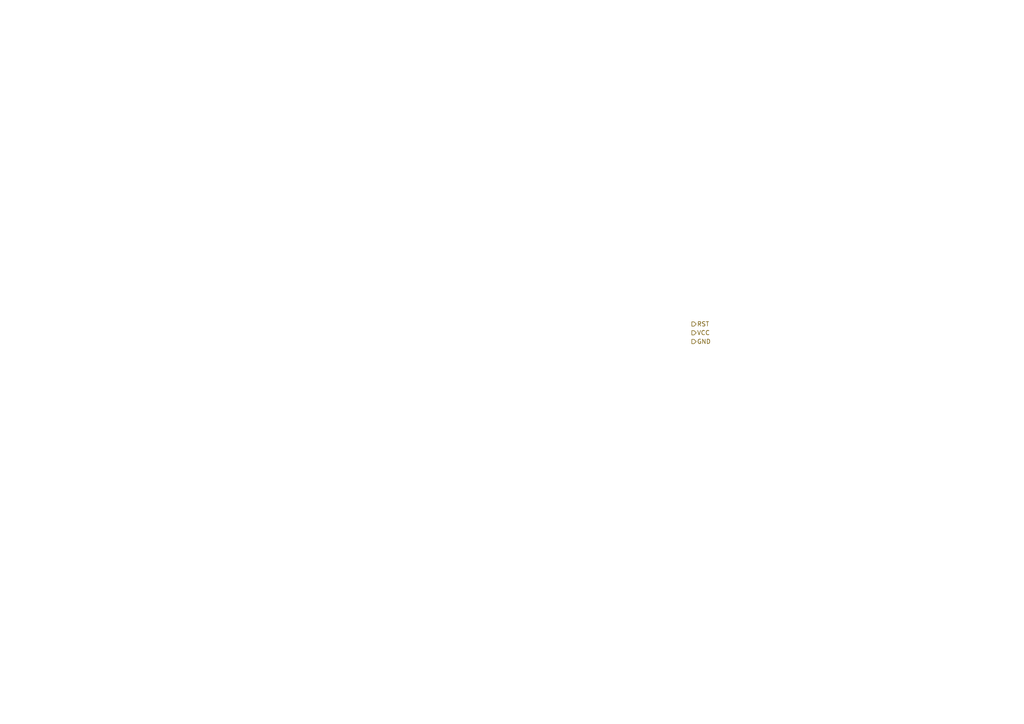
<source format=kicad_sch>
(kicad_sch
	(version 20250114)
	(generator "eeschema")
	(generator_version "9.0")
	(uuid "ee84ef9c-c481-4e98-8932-5d1264acb47e")
	(paper "A4")
	(lib_symbols)
	(hierarchical_label "GND"
		(shape output)
		(at 200.66 99.06 0)
		(effects
			(font
				(size 1.27 1.27)
			)
			(justify left)
		)
		(uuid "67c102b7-9d44-4dab-aa5d-38ee623f1607")
	)
	(hierarchical_label "RST"
		(shape output)
		(at 200.66 93.98 0)
		(effects
			(font
				(size 1.27 1.27)
			)
			(justify left)
		)
		(uuid "c7a6d02d-c6a8-4cd4-a10e-03b4ed41c342")
	)
	(hierarchical_label "VCC"
		(shape output)
		(at 200.66 96.52 0)
		(effects
			(font
				(size 1.27 1.27)
			)
			(justify left)
		)
		(uuid "d629ac4e-c9f6-49d6-b033-6a0b0fda3455")
	)
)

</source>
